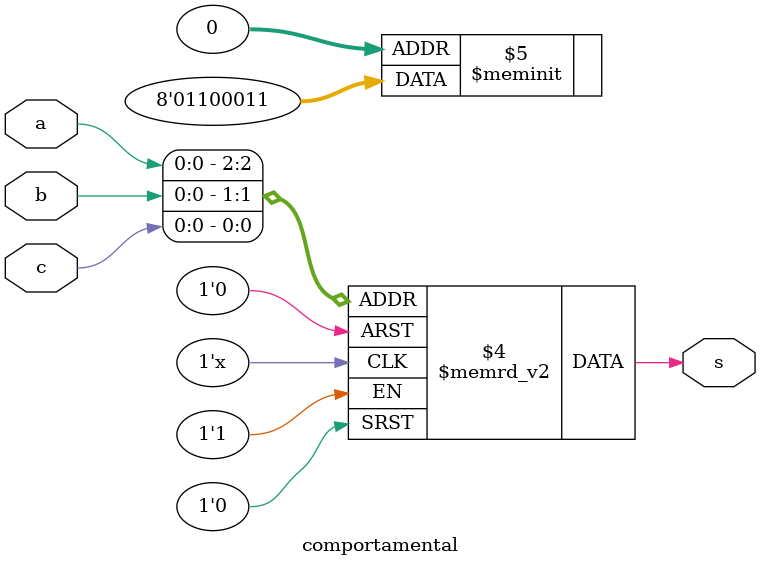
<source format=v>
module comportamental(a,b,c,s);
input a,b,c;
output s;
reg s;

always@(a or b or c)
	begin
		case({a,b,c})
		3'b000 : s = 1'b1;
		3'b001 : s = 1'b1;
		3'b010 : s = 1'b0;
		3'b011 : s = 1'b0;
		3'b100 : s = 1'b0;
		3'b101 : s = 1'b1;
		3'b110 : s = 1'b1;
		3'b111 : s = 1'b0;
		endcase
	end
	
endmodule

</source>
